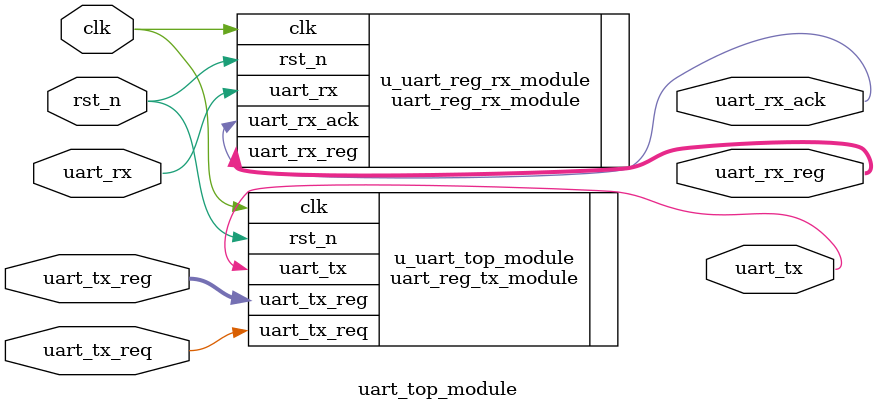
<source format=v>
`timescale 1ns / 1ps
module uart_top_module #(
    parameter CLK_FRE    = 50,      //Mhz
    parameter BPS        = 115200,  //uart bps
    parameter IDLE_CYCLE = 20,      //idle time
    parameter REG_WIDTH  = 32
) (
    input                  clk,            //system clock 50Mhz on board
    input                  rst_n,          //reset ,low active
    input                  uart_rx,
    output                 uart_tx,
    output [REG_WIDTH-1:0] uart_rx_reg,    //uart reg 
    output                 uart_rx_ack,  //if update ready=1
    input  [         31:0] uart_tx_reg,
    input                  uart_tx_req
);

  uart_reg_tx_module #(
      .CLK_FRE   (CLK_FRE),
      .BPS       (BPS),
      .IDLE_CYCLE(IDLE_CYCLE),
      .REG_WIDTH (REG_WIDTH)
  ) u_uart_top_module (
      .clk        (clk),
      .rst_n      (rst_n),
      .uart_tx_reg(uart_tx_reg[REG_WIDTH-1:0]),
      .uart_tx_req(uart_tx_req),

      .uart_tx(uart_tx)
  );

  uart_reg_rx_module #(
      .CLK_FRE   (CLK_FRE),
      .BPS       (BPS),
      .IDLE_CYCLE(IDLE_CYCLE),
      .REG_WIDTH (REG_WIDTH)
  ) u_uart_reg_rx_module (
      .clk    (clk),
      .rst_n  (rst_n),
      .uart_rx(uart_rx),

      .uart_rx_reg(uart_rx_reg[REG_WIDTH-1:0]),
      .uart_rx_ack(uart_rx_ack)
  );
endmodule

</source>
